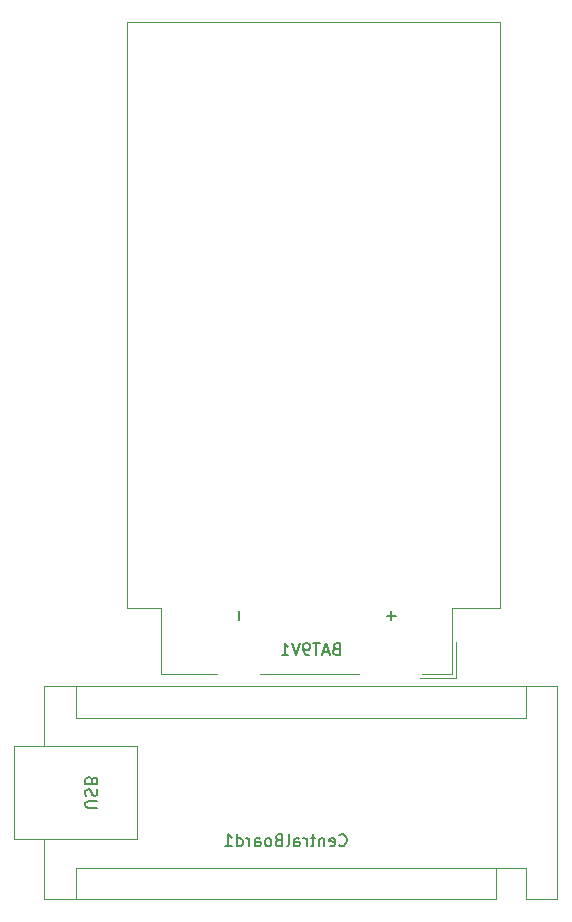
<source format=gbr>
%TF.GenerationSoftware,KiCad,Pcbnew,8.0.2*%
%TF.CreationDate,2024-05-13T00:00:15+01:00*%
%TF.ProjectId,Left_Controller_PCB_Bluetooth,4c656674-5f43-46f6-9e74-726f6c6c6572,V1.2*%
%TF.SameCoordinates,Original*%
%TF.FileFunction,Legend,Bot*%
%TF.FilePolarity,Positive*%
%FSLAX46Y46*%
G04 Gerber Fmt 4.6, Leading zero omitted, Abs format (unit mm)*
G04 Created by KiCad (PCBNEW 8.0.2) date 2024-05-13 00:00:15*
%MOMM*%
%LPD*%
G01*
G04 APERTURE LIST*
%ADD10C,0.150000*%
%ADD11C,0.120000*%
G04 APERTURE END LIST*
D10*
X148186210Y-138049112D02*
X148233829Y-138096732D01*
X148233829Y-138096732D02*
X148376686Y-138144351D01*
X148376686Y-138144351D02*
X148471924Y-138144351D01*
X148471924Y-138144351D02*
X148614781Y-138096732D01*
X148614781Y-138096732D02*
X148710019Y-138001493D01*
X148710019Y-138001493D02*
X148757638Y-137906255D01*
X148757638Y-137906255D02*
X148805257Y-137715779D01*
X148805257Y-137715779D02*
X148805257Y-137572922D01*
X148805257Y-137572922D02*
X148757638Y-137382446D01*
X148757638Y-137382446D02*
X148710019Y-137287208D01*
X148710019Y-137287208D02*
X148614781Y-137191970D01*
X148614781Y-137191970D02*
X148471924Y-137144351D01*
X148471924Y-137144351D02*
X148376686Y-137144351D01*
X148376686Y-137144351D02*
X148233829Y-137191970D01*
X148233829Y-137191970D02*
X148186210Y-137239589D01*
X147376686Y-138096732D02*
X147471924Y-138144351D01*
X147471924Y-138144351D02*
X147662400Y-138144351D01*
X147662400Y-138144351D02*
X147757638Y-138096732D01*
X147757638Y-138096732D02*
X147805257Y-138001493D01*
X147805257Y-138001493D02*
X147805257Y-137620541D01*
X147805257Y-137620541D02*
X147757638Y-137525303D01*
X147757638Y-137525303D02*
X147662400Y-137477684D01*
X147662400Y-137477684D02*
X147471924Y-137477684D01*
X147471924Y-137477684D02*
X147376686Y-137525303D01*
X147376686Y-137525303D02*
X147329067Y-137620541D01*
X147329067Y-137620541D02*
X147329067Y-137715779D01*
X147329067Y-137715779D02*
X147805257Y-137811017D01*
X146900495Y-137477684D02*
X146900495Y-138144351D01*
X146900495Y-137572922D02*
X146852876Y-137525303D01*
X146852876Y-137525303D02*
X146757638Y-137477684D01*
X146757638Y-137477684D02*
X146614781Y-137477684D01*
X146614781Y-137477684D02*
X146519543Y-137525303D01*
X146519543Y-137525303D02*
X146471924Y-137620541D01*
X146471924Y-137620541D02*
X146471924Y-138144351D01*
X146138590Y-137477684D02*
X145757638Y-137477684D01*
X145995733Y-137144351D02*
X145995733Y-138001493D01*
X145995733Y-138001493D02*
X145948114Y-138096732D01*
X145948114Y-138096732D02*
X145852876Y-138144351D01*
X145852876Y-138144351D02*
X145757638Y-138144351D01*
X145424304Y-138144351D02*
X145424304Y-137477684D01*
X145424304Y-137668160D02*
X145376685Y-137572922D01*
X145376685Y-137572922D02*
X145329066Y-137525303D01*
X145329066Y-137525303D02*
X145233828Y-137477684D01*
X145233828Y-137477684D02*
X145138590Y-137477684D01*
X144376685Y-138144351D02*
X144376685Y-137620541D01*
X144376685Y-137620541D02*
X144424304Y-137525303D01*
X144424304Y-137525303D02*
X144519542Y-137477684D01*
X144519542Y-137477684D02*
X144710018Y-137477684D01*
X144710018Y-137477684D02*
X144805256Y-137525303D01*
X144376685Y-138096732D02*
X144471923Y-138144351D01*
X144471923Y-138144351D02*
X144710018Y-138144351D01*
X144710018Y-138144351D02*
X144805256Y-138096732D01*
X144805256Y-138096732D02*
X144852875Y-138001493D01*
X144852875Y-138001493D02*
X144852875Y-137906255D01*
X144852875Y-137906255D02*
X144805256Y-137811017D01*
X144805256Y-137811017D02*
X144710018Y-137763398D01*
X144710018Y-137763398D02*
X144471923Y-137763398D01*
X144471923Y-137763398D02*
X144376685Y-137715779D01*
X143757637Y-138144351D02*
X143852875Y-138096732D01*
X143852875Y-138096732D02*
X143900494Y-138001493D01*
X143900494Y-138001493D02*
X143900494Y-137144351D01*
X143043351Y-137620541D02*
X142900494Y-137668160D01*
X142900494Y-137668160D02*
X142852875Y-137715779D01*
X142852875Y-137715779D02*
X142805256Y-137811017D01*
X142805256Y-137811017D02*
X142805256Y-137953874D01*
X142805256Y-137953874D02*
X142852875Y-138049112D01*
X142852875Y-138049112D02*
X142900494Y-138096732D01*
X142900494Y-138096732D02*
X142995732Y-138144351D01*
X142995732Y-138144351D02*
X143376684Y-138144351D01*
X143376684Y-138144351D02*
X143376684Y-137144351D01*
X143376684Y-137144351D02*
X143043351Y-137144351D01*
X143043351Y-137144351D02*
X142948113Y-137191970D01*
X142948113Y-137191970D02*
X142900494Y-137239589D01*
X142900494Y-137239589D02*
X142852875Y-137334827D01*
X142852875Y-137334827D02*
X142852875Y-137430065D01*
X142852875Y-137430065D02*
X142900494Y-137525303D01*
X142900494Y-137525303D02*
X142948113Y-137572922D01*
X142948113Y-137572922D02*
X143043351Y-137620541D01*
X143043351Y-137620541D02*
X143376684Y-137620541D01*
X142233827Y-138144351D02*
X142329065Y-138096732D01*
X142329065Y-138096732D02*
X142376684Y-138049112D01*
X142376684Y-138049112D02*
X142424303Y-137953874D01*
X142424303Y-137953874D02*
X142424303Y-137668160D01*
X142424303Y-137668160D02*
X142376684Y-137572922D01*
X142376684Y-137572922D02*
X142329065Y-137525303D01*
X142329065Y-137525303D02*
X142233827Y-137477684D01*
X142233827Y-137477684D02*
X142090970Y-137477684D01*
X142090970Y-137477684D02*
X141995732Y-137525303D01*
X141995732Y-137525303D02*
X141948113Y-137572922D01*
X141948113Y-137572922D02*
X141900494Y-137668160D01*
X141900494Y-137668160D02*
X141900494Y-137953874D01*
X141900494Y-137953874D02*
X141948113Y-138049112D01*
X141948113Y-138049112D02*
X141995732Y-138096732D01*
X141995732Y-138096732D02*
X142090970Y-138144351D01*
X142090970Y-138144351D02*
X142233827Y-138144351D01*
X141043351Y-138144351D02*
X141043351Y-137620541D01*
X141043351Y-137620541D02*
X141090970Y-137525303D01*
X141090970Y-137525303D02*
X141186208Y-137477684D01*
X141186208Y-137477684D02*
X141376684Y-137477684D01*
X141376684Y-137477684D02*
X141471922Y-137525303D01*
X141043351Y-138096732D02*
X141138589Y-138144351D01*
X141138589Y-138144351D02*
X141376684Y-138144351D01*
X141376684Y-138144351D02*
X141471922Y-138096732D01*
X141471922Y-138096732D02*
X141519541Y-138001493D01*
X141519541Y-138001493D02*
X141519541Y-137906255D01*
X141519541Y-137906255D02*
X141471922Y-137811017D01*
X141471922Y-137811017D02*
X141376684Y-137763398D01*
X141376684Y-137763398D02*
X141138589Y-137763398D01*
X141138589Y-137763398D02*
X141043351Y-137715779D01*
X140567160Y-138144351D02*
X140567160Y-137477684D01*
X140567160Y-137668160D02*
X140519541Y-137572922D01*
X140519541Y-137572922D02*
X140471922Y-137525303D01*
X140471922Y-137525303D02*
X140376684Y-137477684D01*
X140376684Y-137477684D02*
X140281446Y-137477684D01*
X139519541Y-138144351D02*
X139519541Y-137144351D01*
X139519541Y-138096732D02*
X139614779Y-138144351D01*
X139614779Y-138144351D02*
X139805255Y-138144351D01*
X139805255Y-138144351D02*
X139900493Y-138096732D01*
X139900493Y-138096732D02*
X139948112Y-138049112D01*
X139948112Y-138049112D02*
X139995731Y-137953874D01*
X139995731Y-137953874D02*
X139995731Y-137668160D01*
X139995731Y-137668160D02*
X139948112Y-137572922D01*
X139948112Y-137572922D02*
X139900493Y-137525303D01*
X139900493Y-137525303D02*
X139805255Y-137477684D01*
X139805255Y-137477684D02*
X139614779Y-137477684D01*
X139614779Y-137477684D02*
X139519541Y-137525303D01*
X138519541Y-138144351D02*
X139090969Y-138144351D01*
X138805255Y-138144351D02*
X138805255Y-137144351D01*
X138805255Y-137144351D02*
X138900493Y-137287208D01*
X138900493Y-137287208D02*
X138995731Y-137382446D01*
X138995731Y-137382446D02*
X139090969Y-137430065D01*
X127697580Y-134887436D02*
X126888057Y-134887436D01*
X126888057Y-134887436D02*
X126792819Y-134839817D01*
X126792819Y-134839817D02*
X126745200Y-134792198D01*
X126745200Y-134792198D02*
X126697580Y-134696960D01*
X126697580Y-134696960D02*
X126697580Y-134506484D01*
X126697580Y-134506484D02*
X126745200Y-134411246D01*
X126745200Y-134411246D02*
X126792819Y-134363627D01*
X126792819Y-134363627D02*
X126888057Y-134316008D01*
X126888057Y-134316008D02*
X127697580Y-134316008D01*
X126745200Y-133887436D02*
X126697580Y-133744579D01*
X126697580Y-133744579D02*
X126697580Y-133506484D01*
X126697580Y-133506484D02*
X126745200Y-133411246D01*
X126745200Y-133411246D02*
X126792819Y-133363627D01*
X126792819Y-133363627D02*
X126888057Y-133316008D01*
X126888057Y-133316008D02*
X126983295Y-133316008D01*
X126983295Y-133316008D02*
X127078533Y-133363627D01*
X127078533Y-133363627D02*
X127126152Y-133411246D01*
X127126152Y-133411246D02*
X127173771Y-133506484D01*
X127173771Y-133506484D02*
X127221390Y-133696960D01*
X127221390Y-133696960D02*
X127269009Y-133792198D01*
X127269009Y-133792198D02*
X127316628Y-133839817D01*
X127316628Y-133839817D02*
X127411866Y-133887436D01*
X127411866Y-133887436D02*
X127507104Y-133887436D01*
X127507104Y-133887436D02*
X127602342Y-133839817D01*
X127602342Y-133839817D02*
X127649961Y-133792198D01*
X127649961Y-133792198D02*
X127697580Y-133696960D01*
X127697580Y-133696960D02*
X127697580Y-133458865D01*
X127697580Y-133458865D02*
X127649961Y-133316008D01*
X127221390Y-132554103D02*
X127173771Y-132411246D01*
X127173771Y-132411246D02*
X127126152Y-132363627D01*
X127126152Y-132363627D02*
X127030914Y-132316008D01*
X127030914Y-132316008D02*
X126888057Y-132316008D01*
X126888057Y-132316008D02*
X126792819Y-132363627D01*
X126792819Y-132363627D02*
X126745200Y-132411246D01*
X126745200Y-132411246D02*
X126697580Y-132506484D01*
X126697580Y-132506484D02*
X126697580Y-132887436D01*
X126697580Y-132887436D02*
X127697580Y-132887436D01*
X127697580Y-132887436D02*
X127697580Y-132554103D01*
X127697580Y-132554103D02*
X127649961Y-132458865D01*
X127649961Y-132458865D02*
X127602342Y-132411246D01*
X127602342Y-132411246D02*
X127507104Y-132363627D01*
X127507104Y-132363627D02*
X127411866Y-132363627D01*
X127411866Y-132363627D02*
X127316628Y-132411246D01*
X127316628Y-132411246D02*
X127269009Y-132458865D01*
X127269009Y-132458865D02*
X127221390Y-132554103D01*
X127221390Y-132554103D02*
X127221390Y-132887436D01*
X147919047Y-121431009D02*
X147776190Y-121478628D01*
X147776190Y-121478628D02*
X147728571Y-121526247D01*
X147728571Y-121526247D02*
X147680952Y-121621485D01*
X147680952Y-121621485D02*
X147680952Y-121764342D01*
X147680952Y-121764342D02*
X147728571Y-121859580D01*
X147728571Y-121859580D02*
X147776190Y-121907200D01*
X147776190Y-121907200D02*
X147871428Y-121954819D01*
X147871428Y-121954819D02*
X148252380Y-121954819D01*
X148252380Y-121954819D02*
X148252380Y-120954819D01*
X148252380Y-120954819D02*
X147919047Y-120954819D01*
X147919047Y-120954819D02*
X147823809Y-121002438D01*
X147823809Y-121002438D02*
X147776190Y-121050057D01*
X147776190Y-121050057D02*
X147728571Y-121145295D01*
X147728571Y-121145295D02*
X147728571Y-121240533D01*
X147728571Y-121240533D02*
X147776190Y-121335771D01*
X147776190Y-121335771D02*
X147823809Y-121383390D01*
X147823809Y-121383390D02*
X147919047Y-121431009D01*
X147919047Y-121431009D02*
X148252380Y-121431009D01*
X147299999Y-121669104D02*
X146823809Y-121669104D01*
X147395237Y-121954819D02*
X147061904Y-120954819D01*
X147061904Y-120954819D02*
X146728571Y-121954819D01*
X146538094Y-120954819D02*
X145966666Y-120954819D01*
X146252380Y-121954819D02*
X146252380Y-120954819D01*
X145585713Y-121954819D02*
X145395237Y-121954819D01*
X145395237Y-121954819D02*
X145299999Y-121907200D01*
X145299999Y-121907200D02*
X145252380Y-121859580D01*
X145252380Y-121859580D02*
X145157142Y-121716723D01*
X145157142Y-121716723D02*
X145109523Y-121526247D01*
X145109523Y-121526247D02*
X145109523Y-121145295D01*
X145109523Y-121145295D02*
X145157142Y-121050057D01*
X145157142Y-121050057D02*
X145204761Y-121002438D01*
X145204761Y-121002438D02*
X145299999Y-120954819D01*
X145299999Y-120954819D02*
X145490475Y-120954819D01*
X145490475Y-120954819D02*
X145585713Y-121002438D01*
X145585713Y-121002438D02*
X145633332Y-121050057D01*
X145633332Y-121050057D02*
X145680951Y-121145295D01*
X145680951Y-121145295D02*
X145680951Y-121383390D01*
X145680951Y-121383390D02*
X145633332Y-121478628D01*
X145633332Y-121478628D02*
X145585713Y-121526247D01*
X145585713Y-121526247D02*
X145490475Y-121573866D01*
X145490475Y-121573866D02*
X145299999Y-121573866D01*
X145299999Y-121573866D02*
X145204761Y-121526247D01*
X145204761Y-121526247D02*
X145157142Y-121478628D01*
X145157142Y-121478628D02*
X145109523Y-121383390D01*
X144823808Y-120954819D02*
X144490475Y-121954819D01*
X144490475Y-121954819D02*
X144157142Y-120954819D01*
X143299999Y-121954819D02*
X143871427Y-121954819D01*
X143585713Y-121954819D02*
X143585713Y-120954819D01*
X143585713Y-120954819D02*
X143680951Y-121097676D01*
X143680951Y-121097676D02*
X143776189Y-121192914D01*
X143776189Y-121192914D02*
X143871427Y-121240533D01*
X139693866Y-118236779D02*
X139693866Y-118998684D01*
X152573866Y-118236779D02*
X152573866Y-118998684D01*
X152954819Y-118617731D02*
X152192914Y-118617731D01*
D11*
%TO.C,CentralBoard1*%
X120672400Y-129685532D02*
X131092400Y-129685532D01*
X120672400Y-137565532D02*
X120672400Y-129685532D01*
X123212400Y-129685532D02*
X123212400Y-124605532D01*
X123212400Y-137565532D02*
X123212400Y-142645532D01*
X123212400Y-142645532D02*
X161442400Y-142645532D01*
X125882400Y-124605532D02*
X125882400Y-127275532D01*
X125882400Y-127275532D02*
X163982400Y-127275532D01*
X125882400Y-139975532D02*
X161442400Y-139975532D01*
X125882400Y-142645532D02*
X125882400Y-139975532D01*
X131092400Y-129685532D02*
X131092400Y-137565532D01*
X131092400Y-137565532D02*
X120672400Y-137565532D01*
X161442400Y-142645532D02*
X161442400Y-139975532D01*
X163982400Y-124605532D02*
X163982400Y-127275532D01*
X163982400Y-139975532D02*
X161442400Y-139975532D01*
X163982400Y-142645532D02*
X163982400Y-139975532D01*
X163982400Y-142645532D02*
X166652400Y-142645532D01*
X166652400Y-124605532D02*
X123212400Y-124605532D01*
X166652400Y-142645532D02*
X166652400Y-124605532D01*
%TO.C,BAT9V1*%
X130220000Y-117960000D02*
X130220000Y-68400000D01*
X133120000Y-117960000D02*
X130220000Y-117960000D01*
X133120000Y-123560000D02*
X133120000Y-117960000D01*
X137800000Y-123560000D02*
X133120000Y-123560000D01*
X141500000Y-123560000D02*
X149850000Y-123560000D01*
X155050000Y-123900000D02*
X158050000Y-123900000D01*
X155150000Y-123560000D02*
X157710000Y-123560000D01*
X157710000Y-117960000D02*
X161810000Y-117960000D01*
X157710000Y-123560000D02*
X157710000Y-117960000D01*
X158050000Y-120900000D02*
X158050000Y-123900000D01*
X161810000Y-68400000D02*
X130220000Y-68400000D01*
X161810000Y-117960000D02*
X161810000Y-68400000D01*
%TD*%
M02*

</source>
